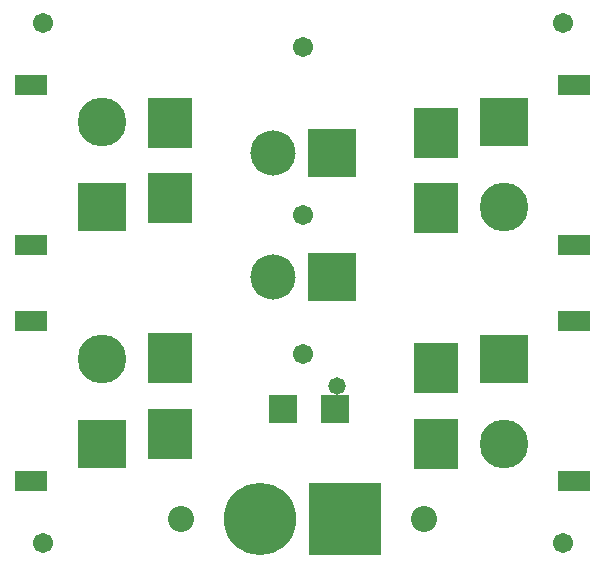
<source format=gts>
G04*
G04 #@! TF.GenerationSoftware,Altium Limited,Altium Designer,24.1.2 (44)*
G04*
G04 Layer_Color=8388736*
%FSLAX44Y44*%
%MOMM*%
G71*
G04*
G04 #@! TF.SameCoordinates,F43E2160-E374-468F-ACC1-47B17D48A15B*
G04*
G04*
G04 #@! TF.FilePolarity,Negative*
G04*
G01*
G75*
%ADD13R,3.8100X4.2418*%
%ADD15R,2.3368X2.4892*%
%ADD16C,1.7032*%
%ADD17C,4.1270*%
%ADD18R,4.1270X4.1270*%
%ADD19R,2.8270X1.7270*%
%ADD20C,2.2032*%
%ADD21R,6.1270X6.1270*%
%ADD22C,6.1270*%
%ADD23R,4.1270X4.1270*%
%ADD24C,3.8270*%
%ADD25C,1.4732*%
D13*
X137414Y122555D02*
D03*
Y186309D02*
D03*
Y321945D02*
D03*
Y385699D02*
D03*
X362712Y177673D02*
D03*
Y113919D02*
D03*
Y377317D02*
D03*
Y313563D02*
D03*
D15*
X232967Y143510D02*
D03*
X277065D02*
D03*
D16*
X250000Y450000D02*
D03*
Y190000D02*
D03*
Y307500D02*
D03*
X470000Y30000D02*
D03*
Y470000D02*
D03*
X30000Y30000D02*
D03*
Y470000D02*
D03*
D17*
X80000Y386000D02*
D03*
X420000Y114000D02*
D03*
Y314000D02*
D03*
X80000Y186000D02*
D03*
D18*
Y314000D02*
D03*
X420000Y186000D02*
D03*
Y386000D02*
D03*
X80000Y114000D02*
D03*
D19*
X20000Y417500D02*
D03*
Y282500D02*
D03*
X480000Y82500D02*
D03*
Y217500D02*
D03*
Y282500D02*
D03*
Y417500D02*
D03*
X20000Y217500D02*
D03*
Y82500D02*
D03*
D20*
X353000Y50000D02*
D03*
X147000D02*
D03*
D21*
X286000D02*
D03*
D22*
X214000D02*
D03*
D23*
X275000Y255000D02*
D03*
Y360000D02*
D03*
D24*
X225000Y255000D02*
D03*
Y360000D02*
D03*
D25*
X278892Y163068D02*
D03*
M02*

</source>
